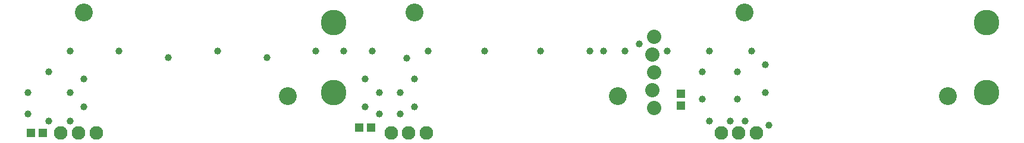
<source format=gts>
G75*
%MOIN*%
%OFA0B0*%
%FSLAX24Y24*%
%IPPOS*%
%LPD*%
%AMOC8*
5,1,8,0,0,1.08239X$1,22.5*
%
%ADD10C,0.1438*%
%ADD11C,0.0769*%
%ADD12C,0.1005*%
%ADD13R,0.0454X0.0493*%
%ADD14R,0.0493X0.0454*%
%ADD15C,0.0800*%
%ADD16C,0.0397*%
D10*
X020037Y003330D03*
X020037Y007267D03*
X056652Y007267D03*
X056652Y003330D03*
D11*
X043738Y001086D03*
X042754Y001086D03*
X041770Y001086D03*
X025234Y001086D03*
X024250Y001086D03*
X023266Y001086D03*
X006730Y001086D03*
X005746Y001086D03*
X004762Y001086D03*
D12*
X017478Y003133D03*
X035982Y003133D03*
X054486Y003133D03*
X043069Y007857D03*
X024565Y007857D03*
X006061Y007857D03*
D13*
X003089Y001086D03*
X003758Y001086D03*
X021474Y001361D03*
X022144Y001361D03*
D14*
X039526Y002601D03*
X039526Y003271D03*
D15*
X037901Y003479D03*
X038001Y002479D03*
X038001Y004479D03*
X037901Y005479D03*
X038001Y006479D03*
D16*
X037163Y006086D03*
X036376Y005692D03*
X035195Y005692D03*
X034407Y005692D03*
X031652Y005692D03*
X028502Y005692D03*
X025352Y005692D03*
X024140Y005267D03*
X022203Y005692D03*
X020628Y005692D03*
X019053Y005692D03*
X016297Y005298D03*
X013541Y005692D03*
X010785Y005298D03*
X008029Y005692D03*
X005274Y005692D03*
X004092Y004511D03*
X006061Y004117D03*
X005274Y003330D03*
X002911Y003330D03*
X006061Y002542D03*
X002911Y002149D03*
X004092Y001755D03*
X005274Y001755D03*
X021809Y002542D03*
X022596Y002149D03*
X023777Y002149D03*
X024565Y002542D03*
X023777Y003330D03*
X022596Y003330D03*
X021809Y004117D03*
X024565Y004117D03*
X038738Y005692D03*
X041100Y005692D03*
X043463Y005692D03*
X044250Y004904D03*
X042675Y004511D03*
X040707Y004511D03*
X044250Y003330D03*
X042675Y002975D03*
X040707Y002975D03*
X041100Y001755D03*
X042281Y001755D03*
X043108Y001755D03*
X044447Y001519D03*
M02*

</source>
